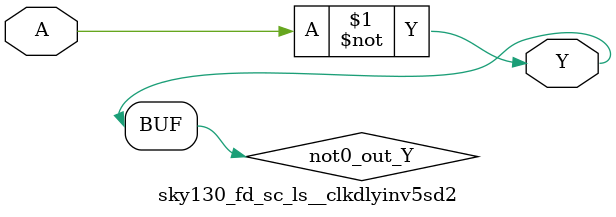
<source format=v>
/*
 * Copyright 2020 The SkyWater PDK Authors
 *
 * Licensed under the Apache License, Version 2.0 (the "License");
 * you may not use this file except in compliance with the License.
 * You may obtain a copy of the License at
 *
 *     https://www.apache.org/licenses/LICENSE-2.0
 *
 * Unless required by applicable law or agreed to in writing, software
 * distributed under the License is distributed on an "AS IS" BASIS,
 * WITHOUT WARRANTIES OR CONDITIONS OF ANY KIND, either express or implied.
 * See the License for the specific language governing permissions and
 * limitations under the License.
 *
 * SPDX-License-Identifier: Apache-2.0
*/


`ifndef SKY130_FD_SC_LS__CLKDLYINV5SD2_FUNCTIONAL_V
`define SKY130_FD_SC_LS__CLKDLYINV5SD2_FUNCTIONAL_V

/**
 * clkdlyinv5sd2: Clock Delay Inverter 5-stage 0.25um length inner
 *                stage gate.
 *
 * Verilog simulation functional model.
 */

`timescale 1ns / 1ps
`default_nettype none

`celldefine
module sky130_fd_sc_ls__clkdlyinv5sd2 (
    Y,
    A
);

    // Module ports
    output Y;
    input  A;

    // Local signals
    wire not0_out_Y;

    //  Name  Output      Other arguments
    not not0 (not0_out_Y, A              );
    buf buf0 (Y         , not0_out_Y     );

endmodule
`endcelldefine

`default_nettype wire
`endif  // SKY130_FD_SC_LS__CLKDLYINV5SD2_FUNCTIONAL_V
</source>
